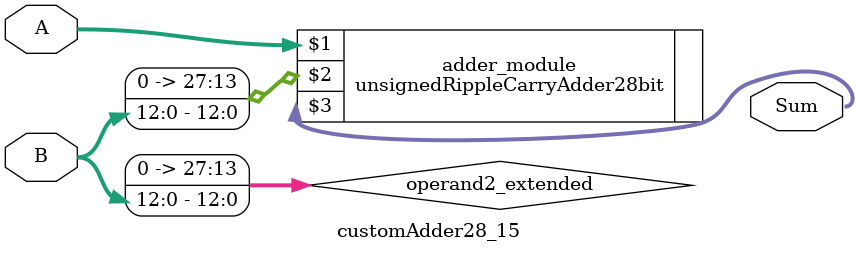
<source format=v>

module customAdder28_15(
                    input [27 : 0] A,
                    input [12 : 0] B,
                    
                    output [28 : 0] Sum
            );

    wire [27 : 0] operand2_extended;
    
    assign operand2_extended =  {15'b0, B};
    
    unsignedRippleCarryAdder28bit adder_module(
        A,
        operand2_extended,
        Sum
    );
    
endmodule
        
</source>
